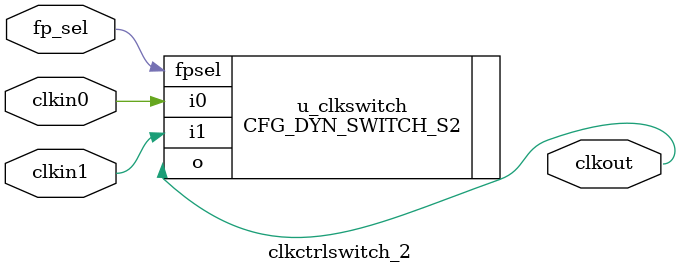
<source format=v>

module clkctrlswitch_2(
    clkin0,
    clkin1,
    fp_sel,
    clkout
);

input clkin0;
input clkin1;
input fp_sel;
output clkout;

CFG_DYN_SWITCH_S2 #(
        .SEL (2'b11),
        .gclk_mux (2)
)
u_clkswitch (
        .o (clkout),
        .i0 (clkin0),
        .i1 (clkin1),
        .fpsel (fp_sel)
);

endmodule

// ============================================================
//                  clkctrlswitch Setting
//
// Warning: This part is read by Fuxi, please don't modify it.
// ============================================================
// Device          : H1D03N0L144C7
// Module          : clkctrlswitch_2
// IP core         : clkctrlswitch
// IP Version      : 1

// Mux             : 2
// Simulation Files: 
// Synthesis Files : 

</source>
